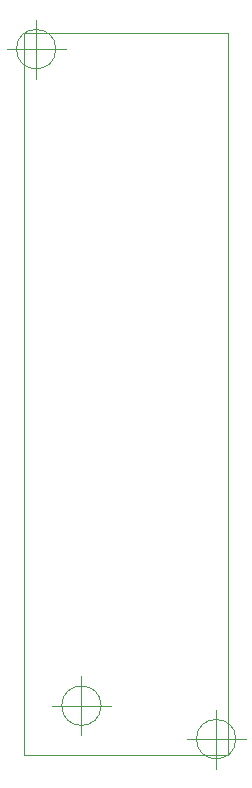
<source format=gbr>
G04 #@! TF.GenerationSoftware,KiCad,Pcbnew,(5.1.5)-3*
G04 #@! TF.CreationDate,2020-09-09T09:45:17-04:00*
G04 #@! TF.ProjectId,DIP48-XC9572XL,44495034-382d-4584-9339-353732584c2e,1*
G04 #@! TF.SameCoordinates,Original*
G04 #@! TF.FileFunction,Profile,NP*
%FSLAX46Y46*%
G04 Gerber Fmt 4.6, Leading zero omitted, Abs format (unit mm)*
G04 Created by KiCad (PCBNEW (5.1.5)-3) date 2020-09-09 09:45:17*
%MOMM*%
%LPD*%
G04 APERTURE LIST*
%ADD10C,0.100000*%
G04 APERTURE END LIST*
D10*
X87417066Y-103403400D02*
G75*
G03X87417066Y-103403400I-1666666J0D01*
G01*
X83250400Y-103403400D02*
X88250400Y-103403400D01*
X85750400Y-100903400D02*
X85750400Y-105903400D01*
X98821666Y-106235500D02*
G75*
G03X98821666Y-106235500I-1666666J0D01*
G01*
X94655000Y-106235500D02*
X99655000Y-106235500D01*
X97155000Y-103735500D02*
X97155000Y-108735500D01*
X83581666Y-47815500D02*
G75*
G03X83581666Y-47815500I-1666666J0D01*
G01*
X79415000Y-47815500D02*
X84415000Y-47815500D01*
X81915000Y-45315500D02*
X81915000Y-50315500D01*
X80899000Y-107569000D02*
X80899000Y-46418500D01*
X98171000Y-107569000D02*
X80899000Y-107569000D01*
X98171000Y-46418500D02*
X98171000Y-107569000D01*
X80899000Y-46418500D02*
X98171000Y-46418500D01*
M02*

</source>
